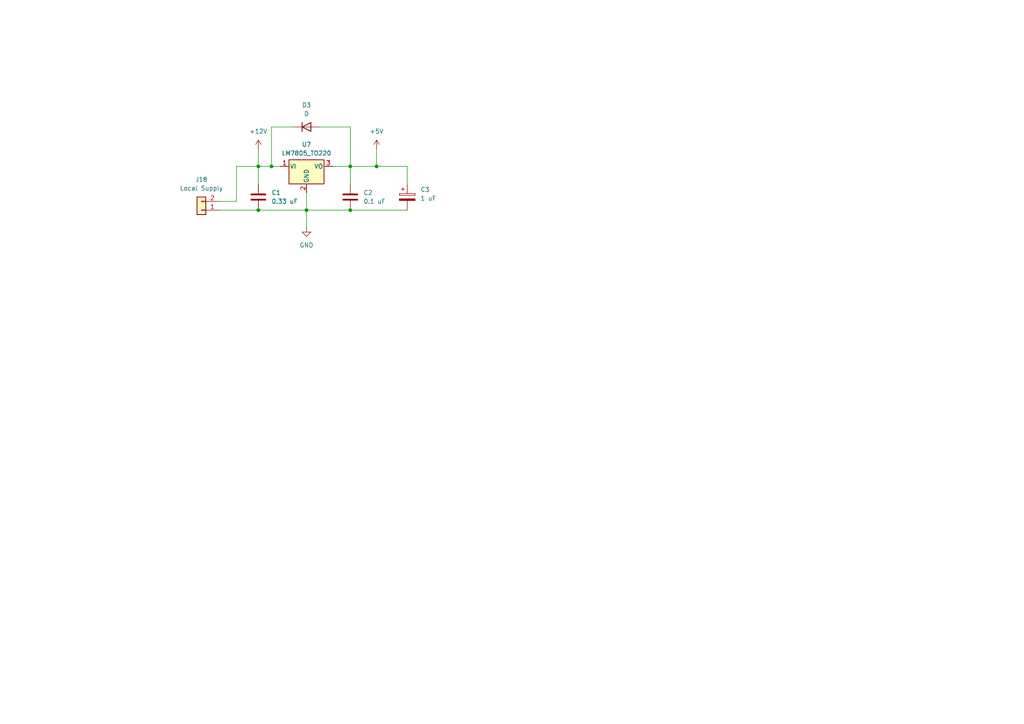
<source format=kicad_sch>
(kicad_sch (version 20231120) (generator "eeschema") (generator_version "8.0")
  (paper "A4")
  (lib_symbols
    (symbol "Connector_Generic:Conn_01x02" (pin_names (offset 1.016) hide)
      (property "Reference" "J" (at 0 2.54 0))
      (property "Value" "Conn_01x02" (at 0 -5.08 0))
      (symbol "Conn_01x02_1_1"
        (rectangle (start -1.27 -2.413) (end 0 -2.667) (stroke (width 0.1524)))
        (rectangle (start -1.27 0.127) (end 0 -0.127) (stroke (width 0.1524)))
        (rectangle (start -1.27 1.27) (end 1.27 -3.81) (stroke (width 0.254)) (fill (type background)))
        (pin passive line (at -5.08 0 0) (length 3.81) (name "Pin_1") (number "1"))
        (pin passive line (at -5.08 -2.54 0) (length 3.81) (name "Pin_2") (number "2"))
      )
    )
    (symbol "Device:C" (pin_numbers hide) (pin_names (offset 0.254))
      (property "Reference" "C" (at 0.635 2.54 0))
      (property "Value" "C" (at 0.635 -2.54 0))
      (symbol "C_0_1"
        (polyline (pts (xy -2.032 -0.762) (xy 2.032 -0.762)) (stroke (width 0.508)))
        (polyline (pts (xy -2.032 0.762) (xy 2.032 0.762)) (stroke (width 0.508)))
      )
      (symbol "C_1_1"
        (pin passive line (at 0 3.81 270) (length 2.794) (name "~") (number "1"))
        (pin passive line (at 0 -3.81 90) (length 2.794) (name "~") (number "2"))
      )
    )
    (symbol "Device:C_Polarized" (pin_numbers hide) (pin_names (offset 0.254))
      (property "Reference" "C" (at 0.635 2.54 0))
      (property "Value" "C_Polarized" (at 0.635 -2.54 0))
      (symbol "C_Polarized_0_1"
        (rectangle (start -2.286 0.508) (end 2.286 1.016))
        (polyline (pts (xy -1.778 2.286) (xy -0.762 2.286)))
        (polyline (pts (xy -1.27 2.794) (xy -1.27 1.778)))
        (rectangle (start 2.286 -0.508) (end -2.286 -1.016) (fill (type outline)))
      )
      (symbol "C_Polarized_1_1"
        (pin passive line (at 0 3.81 270) (length 2.794) (name "~") (number "1"))
        (pin passive line (at 0 -3.81 90) (length 2.794) (name "~") (number "2"))
      )
    )
    (symbol "Device:D" (pin_numbers hide) (pin_names (offset 1.016) hide)
      (property "Reference" "D" (at 0 2.54 0))
      (property "Value" "D" (at 0 -2.54 0))
      (symbol "D_0_1"
        (polyline (pts (xy -1.27 1.27) (xy -1.27 -1.27)) (stroke (width 0.254)))
        (polyline (pts (xy 1.27 0) (xy -1.27 0)))
        (polyline (pts (xy 1.27 1.27) (xy 1.27 -1.27) (xy -1.27 0) (xy 1.27 1.27)) (stroke (width 0.254)))
      )
      (symbol "D_1_1"
        (pin passive line (at -3.81 0 0) (length 2.54) (name "K") (number "1"))
        (pin passive line (at 3.81 0 180) (length 2.54) (name "A") (number "2"))
      )
    )
    (symbol "Regulator_Linear:LM7805_TO220" (pin_names (offset 0.254))
      (property "Reference" "U" (at -3.81 3.175 0))
      (property "Value" "LM7805_TO220" (at 0 3.175 0))
      (symbol "LM7805_TO220_0_1"
        (rectangle (start -5.08 1.905) (end 5.08 -5.08) (stroke (width 0.254)) (fill (type background)))
      )
      (symbol "LM7805_TO220_1_1"
        (pin power_in line (at -7.62 0 0) (length 2.54) (name "VI") (number "1"))
        (pin power_in line (at 0 -7.62 90) (length 2.54) (name "GND") (number "2"))
        (pin power_out line (at 7.62 0 180) (length 2.54) (name "VO") (number "3"))
      )
    )
    (symbol "power:+12V" (power) (pin_numbers hide) (pin_names (offset 0) hide)
      (property "Value" "+12V" (at 0 3.556 0))
      (symbol "+12V_0_1"
        (polyline (pts (xy -0.762 1.27) (xy 0 2.54)))
        (polyline (pts (xy 0 0) (xy 0 2.54)))
        (polyline (pts (xy 0 2.54) (xy 0.762 1.27)))
      )
      (symbol "+12V_1_1"
        (pin power_in line (at 0 0 90) (length 0) (name "~") (number "1"))
      )
    )
    (symbol "power:+5V" (power) (pin_numbers hide) (pin_names (offset 0) hide)
      (property "Value" "+5V" (at 0 3.556 0))
      (symbol "+5V_0_1"
        (polyline (pts (xy -0.762 1.27) (xy 0 2.54)))
        (polyline (pts (xy 0 0) (xy 0 2.54)))
        (polyline (pts (xy 0 2.54) (xy 0.762 1.27)))
      )
      (symbol "+5V_1_1"
        (pin power_in line (at 0 0 90) (length 0) (name "~") (number "1"))
      )
    )
    (symbol "power:GND" (power) (pin_numbers hide) (pin_names (offset 0) hide)
      (property "Value" "GND" (at 0 -3.81 0))
      (symbol "GND_0_1"
        (polyline (pts (xy 0 0) (xy 0 -1.27) (xy 1.27 -1.27) (xy 0 -2.54) (xy -1.27 -1.27) (xy 0 -1.27)))
      )
      (symbol "GND_1_1"
        (pin power_in line (at 0 0 270) (length 0) (name "~") (number "1"))
      )
    )
  )
  (junction (at 74.93 60.96))
  (junction (at 78.74 48.26))
  (junction (at 109.22 48.26))
  (junction (at 88.9 60.96))
  (junction (at 74.93 48.26))
  (junction (at 101.6 48.26))
  (junction (at 101.6 60.96))
  (wire (pts (xy 88.9 60.96) (xy 88.9 66.04)))
  (wire (pts (xy 118.11 48.26) (xy 109.22 48.26)))
  (wire (pts (xy 74.93 48.26) (xy 68.58 48.26)))
  (wire (pts (xy 78.74 36.83) (xy 78.74 48.26)))
  (wire (pts (xy 78.74 48.26) (xy 81.28 48.26)))
  (wire (pts (xy 109.22 48.26) (xy 109.22 43.18)))
  (wire (pts (xy 92.71 36.83) (xy 101.6 36.83)))
  (wire (pts (xy 88.9 60.96) (xy 101.6 60.96)))
  (wire (pts (xy 101.6 36.83) (xy 101.6 48.26)))
  (wire (pts (xy 68.58 58.42) (xy 63.5 58.42)))
  (wire (pts (xy 88.9 55.88) (xy 88.9 60.96)))
  (wire (pts (xy 101.6 60.96) (xy 118.11 60.96)))
  (wire (pts (xy 101.6 48.26) (xy 109.22 48.26)))
  (wire (pts (xy 68.58 48.26) (xy 68.58 58.42)))
  (wire (pts (xy 96.52 48.26) (xy 101.6 48.26)))
  (wire (pts (xy 85.09 36.83) (xy 78.74 36.83)))
  (wire (pts (xy 74.93 60.96) (xy 88.9 60.96)))
  (wire (pts (xy 74.93 48.26) (xy 74.93 53.34)))
  (wire (pts (xy 74.93 43.18) (xy 74.93 48.26)))
  (wire (pts (xy 63.5 60.96) (xy 74.93 60.96)))
  (wire (pts (xy 101.6 48.26) (xy 101.6 53.34)))
  (wire (pts (xy 74.93 48.26) (xy 78.74 48.26)))
  (wire (pts (xy 118.11 53.34) (xy 118.11 48.26)))
  (netclass_flag "" (length 2.54) (shape dot) (at -62.23 31.75 0))
  (symbol (lib_id "Device:D") (at 88.9 36.83 0) (unit 1)
    (property "Reference" "D3" (at 88.9 30.48 0))
    (property "Value" "D" (at 88.9 33.02 0))
    (property "Footprint" "Diode_THT:D_DO-41_SOD81_P7.62mm_Horizontal" (effects (hide yes)))
    (property "Description" "Diode" (effects (hide yes)))
    (property "Sim.Device" "D" (effects (hide yes)))
    (property "Sim.Pins" "1=K 2=A" (effects (hide yes)))
    (property "Mouser" "637-1N4001" (effects (hide yes)))
  )
  (symbol (lib_id "Device:C_Polarized") (at 118.11 57.15 0) (unit 1)
    (property "Reference" "C3" (at 121.92 54.9909 0) (effects (justify left)))
    (property "Value" "1 uF" (at 121.92 57.5309 0) (effects (justify left)))
    (property "Footprint" "Capacitor_THT:CP_Radial_D10.0mm_P5.00mm" (effects (hide yes)))
    (property "Description" "Polarized capacitor" (effects (hide yes)))
    (property "Mouser" "871-B41821A6227M000" (effects (hide yes)))
  )
  (symbol (lib_id "power:GND") (at 88.9 66.04 0) (unit 1)
    (property "Reference" "#PWR019" (effects (hide yes)))
    (property "Value" "GND" (at 88.9 71.12 0))
    (property "Description" "Power symbol creates a global label with name \"GND\" , ground" (effects (hide yes)))
  )
  (symbol (lib_id "Device:C") (at 101.6 57.15 0) (unit 1)
    (property "Reference" "C2" (at 105.41 55.8799 0) (effects (justify left)))
    (property "Value" "0.1 uF" (at 105.41 58.4199 0) (effects (justify left)))
    (property "Footprint" "Capacitor_SMD:C_0805_2012Metric" (effects (hide yes)))
    (property "Description" "Unpolarized capacitor" (effects (hide yes)))
    (property "Mouser" "667-ECH-U1H101JX5" (effects (hide yes)))
  )
  (symbol (lib_id "Regulator_Linear:LM7805_TO220") (at 88.9 48.26 0) (unit 1)
    (property "Reference" "U7" (at 88.9 41.91 0))
    (property "Value" "LM7805_TO220" (at 88.9 44.45 0))
    (property "Footprint" "Package_TO_SOT_THT:TO-220-3_Vertical" (effects (hide yes)))
    (property "Datasheet" "https://www.onsemi.cn/PowerSolutions/document/MC7800-D.PDF" (effects (hide yes)))
    (property "Description" "Positive 1A 35V Linear Regulator, Fixed Output 5V, TO-220" (effects (hide yes)))
    (property "Mouser" "926-LM7805CT/NOPB" (effects (hide yes)))
  )
  (symbol (lib_id "Device:C") (at 74.93 57.15 0) (unit 1)
    (property "Reference" "C1" (at 78.74 55.8799 0) (effects (justify left)))
    (property "Value" "0.33 uF" (at 78.74 58.4199 0) (effects (justify left)))
    (property "Footprint" "Capacitor_SMD:C_0805_2012Metric" (effects (hide yes)))
    (property "Description" "Unpolarized capacitor" (effects (hide yes)))
    (property "Mouser" "667-ECH-U1H331JB5" (effects (hide yes)))
  )
  (symbol (lib_id "power:+12V") (at 74.93 43.18 0) (unit 1)
    (property "Reference" "#PWR017" (effects (hide yes)))
    (property "Value" "+12V" (at 74.93 38.1 0))
    (property "Description" "Power symbol creates a global label with name \"+12V\"" (effects (hide yes)))
  )
  (symbol (lib_id "power:+5V") (at 109.22 43.18 0) (unit 1)
    (property "Reference" "#PWR018" (effects (hide yes)))
    (property "Value" "+5V" (at 109.22 38.1 0))
    (property "Description" "Power symbol creates a global label with name \"+5V\"" (effects (hide yes)))
  )
  (symbol (lib_id "Connector_Generic:Conn_01x02") (at 58.42 60.96 180) (unit 1)
    (property "Reference" "J18" (at 58.42 52.07 0))
    (property "Value" "Local Supply" (at 58.42 54.61 0))
    (property "Footprint" "Connector_PinSocket_2.54mm:PinSocket_1x02_P2.54mm_Vertical" (effects (hide yes)))
    (property "Description" "Generic connector, single row, 01x02, script generated (kicad-library-utils/schlib/autogen/connector/)" (effects (hide yes)))
    (property "Mouser" "571-6445182" (effects (hide yes)))
  )
)
</source>
